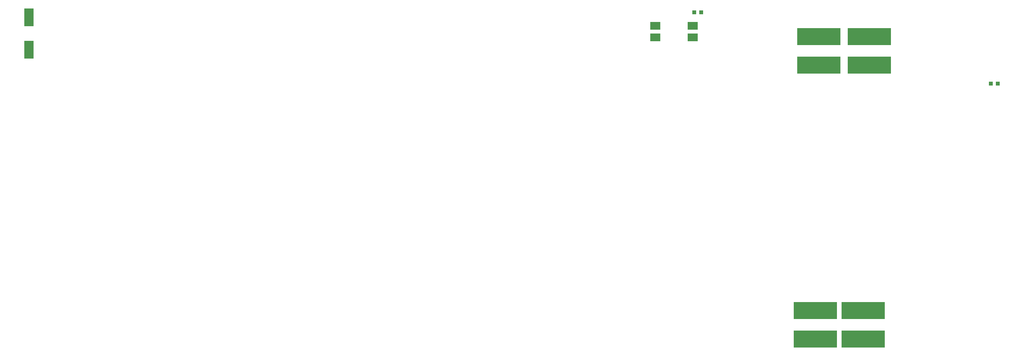
<source format=gbr>
%TF.GenerationSoftware,Altium Limited,Altium Designer,24.3.1 (35)*%
G04 Layer_Color=8421504*
%FSLAX43Y43*%
%MOMM*%
%TF.SameCoordinates,2EF1D394-34E5-4190-8ABA-250447B0B6E5*%
%TF.FilePolarity,Positive*%
%TF.FileFunction,Paste,Top*%
%TF.Part,Single*%
G01*
G75*
%TA.AperFunction,SMDPad,CuDef*%
%ADD10R,9.500X3.750*%
%ADD11R,0.850X0.900*%
%ADD12R,2.000X4.000*%
%ADD13R,2.200X1.700*%
D10*
X196950Y72225D02*
D03*
Y65975D02*
D03*
X185900Y72225D02*
D03*
Y65975D02*
D03*
X185100Y12050D02*
D03*
Y5800D02*
D03*
X195625D02*
D03*
Y12050D02*
D03*
D11*
X223650Y61900D02*
D03*
X225200D02*
D03*
X158525Y77600D02*
D03*
X160075D02*
D03*
D12*
X12500Y69375D02*
D03*
Y76475D02*
D03*
D13*
X150000Y72105D02*
D03*
Y74645D02*
D03*
X158200D02*
D03*
Y72105D02*
D03*
%TF.MD5,60a54cc4323a873a7e34f5271bc046e8*%
M02*

</source>
